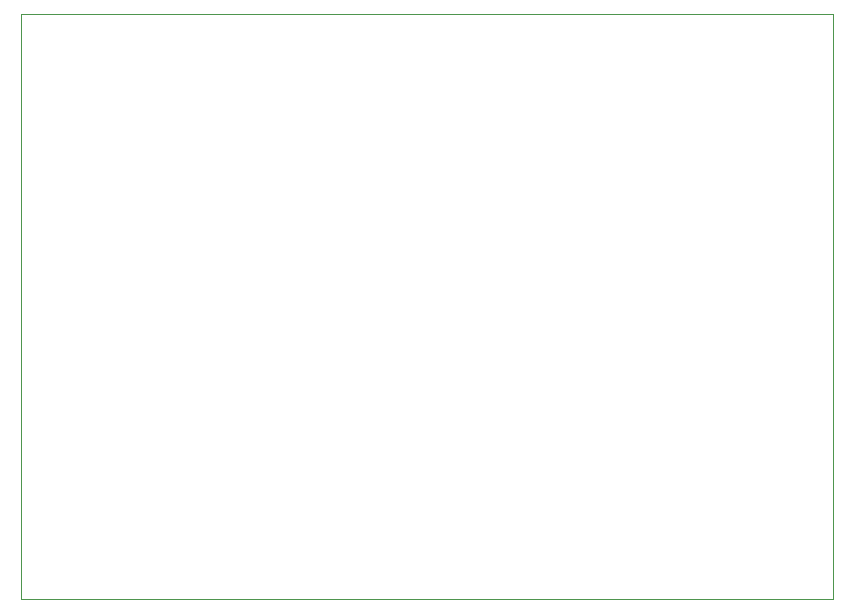
<source format=gbr>
%TF.GenerationSoftware,KiCad,Pcbnew,9.0.0*%
%TF.CreationDate,2025-04-30T12:36:21+02:00*%
%TF.ProjectId,HydraOswietlenie,48796472-614f-4737-9769-65746c656e69,rev?*%
%TF.SameCoordinates,Original*%
%TF.FileFunction,Profile,NP*%
%FSLAX46Y46*%
G04 Gerber Fmt 4.6, Leading zero omitted, Abs format (unit mm)*
G04 Created by KiCad (PCBNEW 9.0.0) date 2025-04-30 12:36:21*
%MOMM*%
%LPD*%
G01*
G04 APERTURE LIST*
%TA.AperFunction,Profile*%
%ADD10C,0.050000*%
%TD*%
G04 APERTURE END LIST*
D10*
X104930000Y-72950000D02*
X173690000Y-72950000D01*
X173690000Y-122450000D01*
X104930000Y-122450000D01*
X104930000Y-72950000D01*
M02*

</source>
